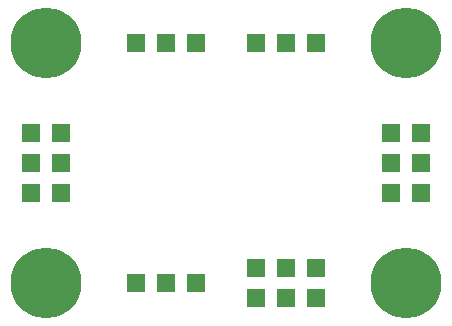
<source format=gbr>
%TF.GenerationSoftware,KiCad,Pcbnew,6.0.10+dfsg-1~bpo11+1*%
%TF.CreationDate,2023-01-20T18:00:50+00:00*%
%TF.ProjectId,STEPBUBODC01A,53544550-4255-4424-9f44-433031412e6b,rev?*%
%TF.SameCoordinates,Original*%
%TF.FileFunction,Soldermask,Top*%
%TF.FilePolarity,Negative*%
%FSLAX46Y46*%
G04 Gerber Fmt 4.6, Leading zero omitted, Abs format (unit mm)*
G04 Created by KiCad (PCBNEW 6.0.10+dfsg-1~bpo11+1) date 2023-01-20 18:00:50*
%MOMM*%
%LPD*%
G01*
G04 APERTURE LIST*
%ADD10R,1.524000X1.524000*%
%ADD11C,6.000000*%
G04 APERTURE END LIST*
D10*
%TO.C,J4*%
X149860000Y-76200000D03*
X147320000Y-76200000D03*
X144780000Y-76200000D03*
%TD*%
%TO.C,J2*%
X125730000Y-83820000D03*
X128270000Y-83820000D03*
X125730000Y-86360000D03*
X128270000Y-86360000D03*
X125730000Y-88900000D03*
X128270000Y-88900000D03*
%TD*%
D11*
%TO.C,H3*%
X127000000Y-96520000D03*
%TD*%
%TO.C,H4*%
X157480000Y-76200000D03*
%TD*%
D10*
%TO.C,J1*%
X139700000Y-76200000D03*
X137160000Y-76200000D03*
X134620000Y-76200000D03*
%TD*%
%TO.C,J3*%
X139700000Y-96520000D03*
X137160000Y-96520000D03*
X134620000Y-96520000D03*
%TD*%
D11*
%TO.C,H2*%
X157480000Y-96520000D03*
%TD*%
D10*
%TO.C,J5*%
X149860000Y-95250000D03*
X149860000Y-97790000D03*
X147320000Y-95250000D03*
X147320000Y-97790000D03*
X144780000Y-95250000D03*
X144780000Y-97790000D03*
%TD*%
D11*
%TO.C,H1*%
X127000000Y-76200000D03*
%TD*%
D10*
%TO.C,J6*%
X156210000Y-83820000D03*
X158750000Y-83820000D03*
X156210000Y-86360000D03*
X158750000Y-86360000D03*
X156210000Y-88900000D03*
X158750000Y-88900000D03*
%TD*%
M02*

</source>
